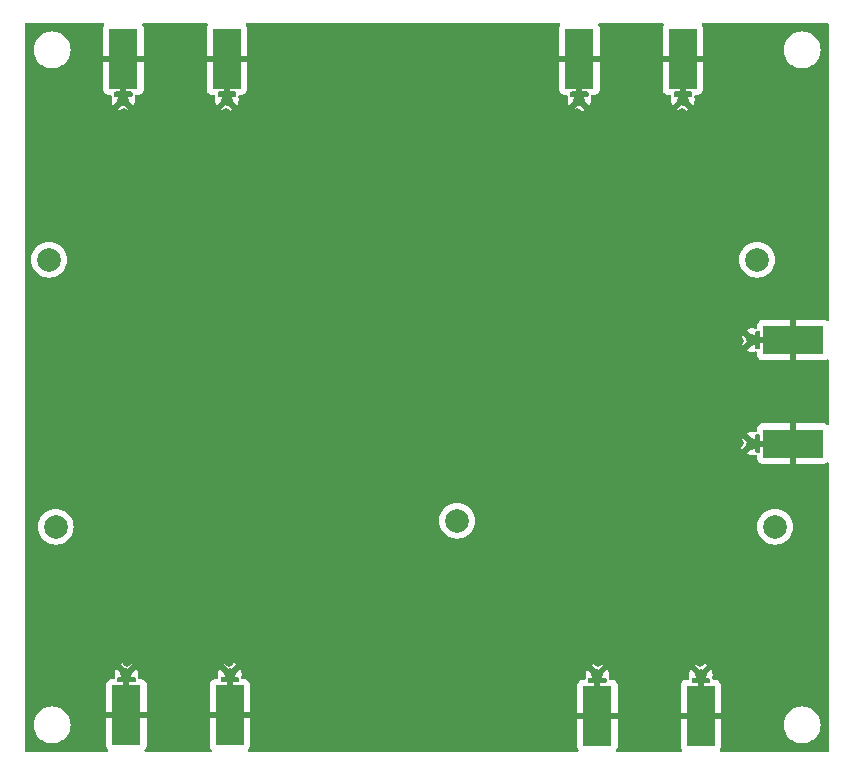
<source format=gbr>
%TF.GenerationSoftware,KiCad,Pcbnew,(5.99.0-13051-g9e760512ac)*%
%TF.CreationDate,2021-12-06T14:55:37+00:00*%
%TF.ProjectId,RF_SWITCH,52465f53-5749-4544-9348-2e6b69636164,rev?*%
%TF.SameCoordinates,Original*%
%TF.FileFunction,Copper,L2,Bot*%
%TF.FilePolarity,Positive*%
%FSLAX46Y46*%
G04 Gerber Fmt 4.6, Leading zero omitted, Abs format (unit mm)*
G04 Created by KiCad (PCBNEW (5.99.0-13051-g9e760512ac)) date 2021-12-06 14:55:37*
%MOMM*%
%LPD*%
G01*
G04 APERTURE LIST*
%TA.AperFunction,ComponentPad*%
%ADD10C,2.000000*%
%TD*%
%TA.AperFunction,SMDPad,CuDef*%
%ADD11R,0.460000X0.950000*%
%TD*%
%TA.AperFunction,ComponentPad*%
%ADD12C,0.970000*%
%TD*%
%TA.AperFunction,SMDPad,CuDef*%
%ADD13R,2.420000X5.080000*%
%TD*%
%TA.AperFunction,SMDPad,CuDef*%
%ADD14R,0.950000X0.460000*%
%TD*%
%TA.AperFunction,SMDPad,CuDef*%
%ADD15R,5.080000X2.420000*%
%TD*%
%TA.AperFunction,ViaPad*%
%ADD16C,0.800000*%
%TD*%
G04 APERTURE END LIST*
D10*
%TO.P,J1,1,Pin_1*%
%TO.N,Net-(J1-Pad1)*%
X102362000Y-98552000D03*
%TD*%
D11*
%TO.P,Cox1,2,Ext*%
%TO.N,Earth*%
X117410000Y-84530000D03*
D12*
X117410000Y-84980000D03*
D13*
X117410000Y-81540000D03*
D12*
X108650000Y-84980000D03*
D11*
X108650000Y-84530000D03*
D13*
X108650000Y-81540000D03*
%TD*%
D10*
%TO.P,J2,1,Pin_1*%
%TO.N,Net-(J2-Pad1)*%
X162306000Y-98552000D03*
%TD*%
D11*
%TO.P,Cox2,2,Ext*%
%TO.N,Earth*%
X156018000Y-84530000D03*
D12*
X156018000Y-84980000D03*
D11*
X147258000Y-84530000D03*
D12*
X147258000Y-84980000D03*
D13*
X156018000Y-81540000D03*
X147258000Y-81540000D03*
%TD*%
D10*
%TO.P,J3,1,Pin_1*%
%TO.N,Net-(J3-Pad1)*%
X163830000Y-121158000D03*
%TD*%
%TO.P,J5,1,Pin_1*%
%TO.N,Net-(J5-Pad1)*%
X136906000Y-120650000D03*
%TD*%
D12*
%TO.P,Cox5,2,Ext*%
%TO.N,Earth*%
X161908000Y-105348000D03*
D14*
X162358000Y-105348000D03*
D12*
X161908000Y-114108000D03*
D14*
X162358000Y-114108000D03*
D15*
X165348000Y-105348000D03*
X165348000Y-114108000D03*
%TD*%
D13*
%TO.P,Cox4,2,Ext*%
%TO.N,Earth*%
X117664000Y-137088000D03*
X108904000Y-137088000D03*
D12*
X108904000Y-133648000D03*
D11*
X117664000Y-134098000D03*
X108904000Y-134098000D03*
D12*
X117664000Y-133648000D03*
%TD*%
%TO.P,Cox3,2,Ext*%
%TO.N,Earth*%
X148782000Y-133714000D03*
D13*
X148782000Y-137154000D03*
D11*
X148782000Y-134164000D03*
X157542000Y-134164000D03*
D13*
X157542000Y-137154000D03*
D12*
X157542000Y-133714000D03*
%TD*%
D10*
%TO.P,J4,1,Pin_1*%
%TO.N,Net-(J4-Pad1)*%
X102936000Y-121158000D03*
%TD*%
D16*
%TO.N,Earth*%
X155956000Y-86106000D03*
X147066000Y-86106000D03*
X157480000Y-132588000D03*
X133096000Y-121412000D03*
X117348000Y-86106000D03*
X160782000Y-114046000D03*
X148844000Y-132588000D03*
X117602000Y-132588000D03*
X160782000Y-105410000D03*
X108712000Y-86106000D03*
X108966000Y-132588000D03*
%TD*%
%TA.AperFunction,Conductor*%
%TO.N,Earth*%
G36*
X107006567Y-78506002D02*
G01*
X107053060Y-78559658D01*
X107063164Y-78629932D01*
X107039272Y-78687565D01*
X106995214Y-78746352D01*
X106986676Y-78761946D01*
X106941522Y-78882394D01*
X106937895Y-78897649D01*
X106932369Y-78948514D01*
X106932000Y-78955328D01*
X106932000Y-81267885D01*
X106936475Y-81283124D01*
X106937865Y-81284329D01*
X106945548Y-81286000D01*
X110349884Y-81286000D01*
X110365123Y-81281525D01*
X110366328Y-81280135D01*
X110367999Y-81272452D01*
X110367999Y-78955331D01*
X110367629Y-78948510D01*
X110362105Y-78897648D01*
X110358479Y-78882396D01*
X110313324Y-78761946D01*
X110304786Y-78746352D01*
X110260728Y-78687565D01*
X110235880Y-78621059D01*
X110250933Y-78551676D01*
X110301107Y-78501446D01*
X110361554Y-78486000D01*
X115698446Y-78486000D01*
X115766567Y-78506002D01*
X115813060Y-78559658D01*
X115823164Y-78629932D01*
X115799272Y-78687565D01*
X115755214Y-78746352D01*
X115746676Y-78761946D01*
X115701522Y-78882394D01*
X115697895Y-78897649D01*
X115692369Y-78948514D01*
X115692000Y-78955328D01*
X115692000Y-81267885D01*
X115696475Y-81283124D01*
X115697865Y-81284329D01*
X115705548Y-81286000D01*
X119109884Y-81286000D01*
X119125123Y-81281525D01*
X119126328Y-81280135D01*
X119127999Y-81272452D01*
X119127999Y-78955331D01*
X119127629Y-78948510D01*
X119122105Y-78897648D01*
X119118479Y-78882396D01*
X119073324Y-78761946D01*
X119064786Y-78746352D01*
X119020728Y-78687565D01*
X118995880Y-78621059D01*
X119010933Y-78551676D01*
X119061107Y-78501446D01*
X119121554Y-78486000D01*
X145546446Y-78486000D01*
X145614567Y-78506002D01*
X145661060Y-78559658D01*
X145671164Y-78629932D01*
X145647272Y-78687565D01*
X145603214Y-78746352D01*
X145594676Y-78761946D01*
X145549522Y-78882394D01*
X145545895Y-78897649D01*
X145540369Y-78948514D01*
X145540000Y-78955328D01*
X145540000Y-81267885D01*
X145544475Y-81283124D01*
X145545865Y-81284329D01*
X145553548Y-81286000D01*
X148957884Y-81286000D01*
X148973123Y-81281525D01*
X148974328Y-81280135D01*
X148975999Y-81272452D01*
X148975999Y-78955331D01*
X148975629Y-78948510D01*
X148970105Y-78897648D01*
X148966479Y-78882396D01*
X148921324Y-78761946D01*
X148912786Y-78746352D01*
X148868728Y-78687565D01*
X148843880Y-78621059D01*
X148858933Y-78551676D01*
X148909107Y-78501446D01*
X148969554Y-78486000D01*
X154306446Y-78486000D01*
X154374567Y-78506002D01*
X154421060Y-78559658D01*
X154431164Y-78629932D01*
X154407272Y-78687565D01*
X154363214Y-78746352D01*
X154354676Y-78761946D01*
X154309522Y-78882394D01*
X154305895Y-78897649D01*
X154300369Y-78948514D01*
X154300000Y-78955328D01*
X154300000Y-81267885D01*
X154304475Y-81283124D01*
X154305865Y-81284329D01*
X154313548Y-81286000D01*
X157717884Y-81286000D01*
X157733123Y-81281525D01*
X157734328Y-81280135D01*
X157735999Y-81272452D01*
X157735999Y-80772000D01*
X164552681Y-80772000D01*
X164571928Y-81016557D01*
X164629195Y-81255092D01*
X164631088Y-81259663D01*
X164631089Y-81259665D01*
X164663136Y-81337033D01*
X164723073Y-81481732D01*
X164851248Y-81690896D01*
X165010567Y-81877433D01*
X165197104Y-82036752D01*
X165201327Y-82039340D01*
X165201330Y-82039342D01*
X165270515Y-82081738D01*
X165406268Y-82164927D01*
X165550967Y-82224864D01*
X165628335Y-82256911D01*
X165628337Y-82256912D01*
X165632908Y-82258805D01*
X165715563Y-82278649D01*
X165866630Y-82314917D01*
X165866636Y-82314918D01*
X165871443Y-82316072D01*
X166116000Y-82335319D01*
X166360557Y-82316072D01*
X166365364Y-82314918D01*
X166365370Y-82314917D01*
X166516437Y-82278649D01*
X166599092Y-82258805D01*
X166603663Y-82256912D01*
X166603665Y-82256911D01*
X166681033Y-82224864D01*
X166825732Y-82164927D01*
X166961485Y-82081738D01*
X167030670Y-82039342D01*
X167030673Y-82039340D01*
X167034896Y-82036752D01*
X167221433Y-81877433D01*
X167380752Y-81690896D01*
X167508927Y-81481732D01*
X167568864Y-81337033D01*
X167600911Y-81259665D01*
X167600912Y-81259663D01*
X167602805Y-81255092D01*
X167660072Y-81016557D01*
X167679319Y-80772000D01*
X167660072Y-80527443D01*
X167602805Y-80288908D01*
X167508927Y-80062268D01*
X167380752Y-79853104D01*
X167221433Y-79666567D01*
X167034896Y-79507248D01*
X167030673Y-79504660D01*
X167030670Y-79504658D01*
X166961485Y-79462262D01*
X166825732Y-79379073D01*
X166681033Y-79319136D01*
X166603665Y-79287089D01*
X166603663Y-79287088D01*
X166599092Y-79285195D01*
X166516437Y-79265351D01*
X166365370Y-79229083D01*
X166365364Y-79229082D01*
X166360557Y-79227928D01*
X166116000Y-79208681D01*
X165871443Y-79227928D01*
X165866636Y-79229082D01*
X165866630Y-79229083D01*
X165715563Y-79265351D01*
X165632908Y-79285195D01*
X165628337Y-79287088D01*
X165628335Y-79287089D01*
X165550967Y-79319136D01*
X165406268Y-79379073D01*
X165270515Y-79462262D01*
X165201330Y-79504658D01*
X165201327Y-79504660D01*
X165197104Y-79507248D01*
X165010567Y-79666567D01*
X164851248Y-79853104D01*
X164723073Y-80062268D01*
X164629195Y-80288908D01*
X164571928Y-80527443D01*
X164552681Y-80772000D01*
X157735999Y-80772000D01*
X157735999Y-78955331D01*
X157735629Y-78948510D01*
X157730105Y-78897648D01*
X157726479Y-78882396D01*
X157681324Y-78761946D01*
X157672786Y-78746352D01*
X157628728Y-78687565D01*
X157603880Y-78621059D01*
X157618933Y-78551676D01*
X157669107Y-78501446D01*
X157729554Y-78486000D01*
X168276000Y-78486000D01*
X168344121Y-78506002D01*
X168390614Y-78559658D01*
X168402000Y-78612000D01*
X168402000Y-103636446D01*
X168381998Y-103704567D01*
X168328342Y-103751060D01*
X168258068Y-103761164D01*
X168200435Y-103737272D01*
X168141648Y-103693214D01*
X168126054Y-103684676D01*
X168005606Y-103639522D01*
X167990351Y-103635895D01*
X167939486Y-103630369D01*
X167932672Y-103630000D01*
X165620115Y-103630000D01*
X165604876Y-103634475D01*
X165603671Y-103635865D01*
X165602000Y-103643548D01*
X165602000Y-107047884D01*
X165606475Y-107063123D01*
X165607865Y-107064328D01*
X165615548Y-107065999D01*
X167932669Y-107065999D01*
X167939490Y-107065629D01*
X167990352Y-107060105D01*
X168005604Y-107056479D01*
X168126054Y-107011324D01*
X168141648Y-107002786D01*
X168200435Y-106958728D01*
X168266941Y-106933880D01*
X168336324Y-106948933D01*
X168386554Y-106999107D01*
X168402000Y-107059554D01*
X168402000Y-112396446D01*
X168381998Y-112464567D01*
X168328342Y-112511060D01*
X168258068Y-112521164D01*
X168200435Y-112497272D01*
X168141648Y-112453214D01*
X168126054Y-112444676D01*
X168005606Y-112399522D01*
X167990351Y-112395895D01*
X167939486Y-112390369D01*
X167932672Y-112390000D01*
X165620115Y-112390000D01*
X165604876Y-112394475D01*
X165603671Y-112395865D01*
X165602000Y-112403548D01*
X165602000Y-115807884D01*
X165606475Y-115823123D01*
X165607865Y-115824328D01*
X165615548Y-115825999D01*
X167932669Y-115825999D01*
X167939490Y-115825629D01*
X167990352Y-115820105D01*
X168005604Y-115816479D01*
X168126054Y-115771324D01*
X168141648Y-115762786D01*
X168200435Y-115718728D01*
X168266941Y-115693880D01*
X168336324Y-115708933D01*
X168386554Y-115759107D01*
X168402000Y-115819554D01*
X168402000Y-140082000D01*
X168381998Y-140150121D01*
X168328342Y-140196614D01*
X168276000Y-140208000D01*
X159253554Y-140208000D01*
X159185433Y-140187998D01*
X159138940Y-140134342D01*
X159128836Y-140064068D01*
X159152728Y-140006435D01*
X159196786Y-139947648D01*
X159205324Y-139932054D01*
X159250478Y-139811606D01*
X159254105Y-139796351D01*
X159259631Y-139745486D01*
X159260000Y-139738672D01*
X159260000Y-137922000D01*
X164552681Y-137922000D01*
X164571928Y-138166557D01*
X164629195Y-138405092D01*
X164723073Y-138631732D01*
X164851248Y-138840896D01*
X165010567Y-139027433D01*
X165197104Y-139186752D01*
X165201327Y-139189340D01*
X165201330Y-139189342D01*
X165270515Y-139231738D01*
X165406268Y-139314927D01*
X165550967Y-139374864D01*
X165628335Y-139406911D01*
X165628337Y-139406912D01*
X165632908Y-139408805D01*
X165715563Y-139428649D01*
X165866630Y-139464917D01*
X165866636Y-139464918D01*
X165871443Y-139466072D01*
X166116000Y-139485319D01*
X166360557Y-139466072D01*
X166365364Y-139464918D01*
X166365370Y-139464917D01*
X166516437Y-139428649D01*
X166599092Y-139408805D01*
X166603663Y-139406912D01*
X166603665Y-139406911D01*
X166681033Y-139374864D01*
X166825732Y-139314927D01*
X166961485Y-139231738D01*
X167030670Y-139189342D01*
X167030673Y-139189340D01*
X167034896Y-139186752D01*
X167221433Y-139027433D01*
X167380752Y-138840896D01*
X167508927Y-138631732D01*
X167602805Y-138405092D01*
X167660072Y-138166557D01*
X167679319Y-137922000D01*
X167660072Y-137677443D01*
X167602805Y-137438908D01*
X167590003Y-137408000D01*
X167510820Y-137216839D01*
X167508927Y-137212268D01*
X167380752Y-137003104D01*
X167221433Y-136816567D01*
X167034896Y-136657248D01*
X167030673Y-136654660D01*
X167030670Y-136654658D01*
X166961485Y-136612262D01*
X166825732Y-136529073D01*
X166681033Y-136469136D01*
X166603665Y-136437089D01*
X166603663Y-136437088D01*
X166599092Y-136435195D01*
X166516437Y-136415351D01*
X166365370Y-136379083D01*
X166365364Y-136379082D01*
X166360557Y-136377928D01*
X166116000Y-136358681D01*
X165871443Y-136377928D01*
X165866636Y-136379082D01*
X165866630Y-136379083D01*
X165715563Y-136415351D01*
X165632908Y-136435195D01*
X165628337Y-136437088D01*
X165628335Y-136437089D01*
X165550967Y-136469136D01*
X165406268Y-136529073D01*
X165270515Y-136612262D01*
X165201330Y-136654658D01*
X165201327Y-136654660D01*
X165197104Y-136657248D01*
X165010567Y-136816567D01*
X164851248Y-137003104D01*
X164723073Y-137212268D01*
X164721180Y-137216839D01*
X164641998Y-137408000D01*
X164629195Y-137438908D01*
X164571928Y-137677443D01*
X164552681Y-137922000D01*
X159260000Y-137922000D01*
X159260000Y-137426115D01*
X159255525Y-137410876D01*
X159254135Y-137409671D01*
X159246452Y-137408000D01*
X155842116Y-137408000D01*
X155826877Y-137412475D01*
X155825672Y-137413865D01*
X155824001Y-137421548D01*
X155824001Y-139738669D01*
X155824371Y-139745490D01*
X155829895Y-139796352D01*
X155833521Y-139811604D01*
X155878676Y-139932054D01*
X155887214Y-139947648D01*
X155931272Y-140006435D01*
X155956120Y-140072941D01*
X155941067Y-140142324D01*
X155890893Y-140192554D01*
X155830446Y-140208000D01*
X150493554Y-140208000D01*
X150425433Y-140187998D01*
X150378940Y-140134342D01*
X150368836Y-140064068D01*
X150392728Y-140006435D01*
X150436786Y-139947648D01*
X150445324Y-139932054D01*
X150490478Y-139811606D01*
X150494105Y-139796351D01*
X150499631Y-139745486D01*
X150500000Y-139738672D01*
X150500000Y-137426115D01*
X150495525Y-137410876D01*
X150494135Y-137409671D01*
X150486452Y-137408000D01*
X147082116Y-137408000D01*
X147066877Y-137412475D01*
X147065672Y-137413865D01*
X147064001Y-137421548D01*
X147064001Y-139738669D01*
X147064371Y-139745490D01*
X147069895Y-139796352D01*
X147073521Y-139811604D01*
X147118676Y-139932054D01*
X147127214Y-139947648D01*
X147171272Y-140006435D01*
X147196120Y-140072941D01*
X147181067Y-140142324D01*
X147130893Y-140192554D01*
X147070446Y-140208000D01*
X119322199Y-140208000D01*
X119254078Y-140187998D01*
X119207585Y-140134342D01*
X119197481Y-140064068D01*
X119226975Y-139999488D01*
X119233104Y-139992905D01*
X119242285Y-139983724D01*
X119318786Y-139881649D01*
X119327324Y-139866054D01*
X119372478Y-139745606D01*
X119376105Y-139730351D01*
X119381631Y-139679486D01*
X119382000Y-139672672D01*
X119382000Y-137360115D01*
X119377525Y-137344876D01*
X119376135Y-137343671D01*
X119368452Y-137342000D01*
X115964116Y-137342000D01*
X115948877Y-137346475D01*
X115947672Y-137347865D01*
X115946001Y-137355548D01*
X115946001Y-139672669D01*
X115946371Y-139679490D01*
X115951895Y-139730352D01*
X115955521Y-139745604D01*
X116000676Y-139866054D01*
X116009214Y-139881649D01*
X116085715Y-139983724D01*
X116094896Y-139992905D01*
X116128922Y-140055217D01*
X116123857Y-140126032D01*
X116081310Y-140182868D01*
X116014790Y-140207679D01*
X116005801Y-140208000D01*
X110562199Y-140208000D01*
X110494078Y-140187998D01*
X110447585Y-140134342D01*
X110437481Y-140064068D01*
X110466975Y-139999488D01*
X110473104Y-139992905D01*
X110482285Y-139983724D01*
X110558786Y-139881649D01*
X110567324Y-139866054D01*
X110612478Y-139745606D01*
X110616105Y-139730351D01*
X110621631Y-139679486D01*
X110622000Y-139672672D01*
X110622000Y-137360115D01*
X110617525Y-137344876D01*
X110616135Y-137343671D01*
X110608452Y-137342000D01*
X107204116Y-137342000D01*
X107188877Y-137346475D01*
X107187672Y-137347865D01*
X107186001Y-137355548D01*
X107186001Y-139672669D01*
X107186371Y-139679490D01*
X107191895Y-139730352D01*
X107195521Y-139745604D01*
X107240676Y-139866054D01*
X107249214Y-139881649D01*
X107325715Y-139983724D01*
X107334896Y-139992905D01*
X107368922Y-140055217D01*
X107363857Y-140126032D01*
X107321310Y-140182868D01*
X107254790Y-140207679D01*
X107245801Y-140208000D01*
X100456000Y-140208000D01*
X100387879Y-140187998D01*
X100341386Y-140134342D01*
X100330000Y-140082000D01*
X100330000Y-137922000D01*
X101052681Y-137922000D01*
X101071928Y-138166557D01*
X101129195Y-138405092D01*
X101223073Y-138631732D01*
X101351248Y-138840896D01*
X101510567Y-139027433D01*
X101697104Y-139186752D01*
X101701327Y-139189340D01*
X101701330Y-139189342D01*
X101770515Y-139231738D01*
X101906268Y-139314927D01*
X102050967Y-139374864D01*
X102128335Y-139406911D01*
X102128337Y-139406912D01*
X102132908Y-139408805D01*
X102215563Y-139428649D01*
X102366630Y-139464917D01*
X102366636Y-139464918D01*
X102371443Y-139466072D01*
X102616000Y-139485319D01*
X102860557Y-139466072D01*
X102865364Y-139464918D01*
X102865370Y-139464917D01*
X103016437Y-139428649D01*
X103099092Y-139408805D01*
X103103663Y-139406912D01*
X103103665Y-139406911D01*
X103181033Y-139374864D01*
X103325732Y-139314927D01*
X103461485Y-139231738D01*
X103530670Y-139189342D01*
X103530673Y-139189340D01*
X103534896Y-139186752D01*
X103721433Y-139027433D01*
X103880752Y-138840896D01*
X104008927Y-138631732D01*
X104102805Y-138405092D01*
X104160072Y-138166557D01*
X104179319Y-137922000D01*
X104160072Y-137677443D01*
X104102805Y-137438908D01*
X104090003Y-137408000D01*
X104010820Y-137216839D01*
X104008927Y-137212268D01*
X103880752Y-137003104D01*
X103777220Y-136881885D01*
X147064000Y-136881885D01*
X147068475Y-136897124D01*
X147069865Y-136898329D01*
X147077548Y-136900000D01*
X148509885Y-136900000D01*
X148525124Y-136895525D01*
X148526329Y-136894135D01*
X148528000Y-136886452D01*
X148528000Y-134412115D01*
X148523525Y-134396876D01*
X148522135Y-134395671D01*
X148514452Y-134394000D01*
X148130000Y-134394000D01*
X148061879Y-134373998D01*
X148015386Y-134320342D01*
X148004000Y-134268000D01*
X148004000Y-134060000D01*
X148024002Y-133991879D01*
X148077658Y-133945386D01*
X148130000Y-133934000D01*
X148624675Y-133934000D01*
X148633949Y-133931277D01*
X148928513Y-133931277D01*
X148935814Y-133934000D01*
X149434000Y-133934000D01*
X149502121Y-133954002D01*
X149548614Y-134007658D01*
X149560000Y-134060000D01*
X149560000Y-134268000D01*
X149539998Y-134336121D01*
X149486342Y-134382614D01*
X149434000Y-134394000D01*
X149054115Y-134394000D01*
X149038876Y-134398475D01*
X149037671Y-134399865D01*
X149036000Y-134407548D01*
X149036000Y-136881885D01*
X149040475Y-136897124D01*
X149041865Y-136898329D01*
X149049548Y-136900000D01*
X150481884Y-136900000D01*
X150497123Y-136895525D01*
X150498328Y-136894135D01*
X150499999Y-136886452D01*
X150499999Y-136881885D01*
X155824000Y-136881885D01*
X155828475Y-136897124D01*
X155829865Y-136898329D01*
X155837548Y-136900000D01*
X157269885Y-136900000D01*
X157285124Y-136895525D01*
X157286329Y-136894135D01*
X157288000Y-136886452D01*
X157288000Y-134412115D01*
X157283525Y-134396876D01*
X157282135Y-134395671D01*
X157274452Y-134394000D01*
X156890000Y-134394000D01*
X156821879Y-134373998D01*
X156775386Y-134320342D01*
X156764000Y-134268000D01*
X156764000Y-134060000D01*
X156784002Y-133991879D01*
X156837658Y-133945386D01*
X156890000Y-133934000D01*
X157384675Y-133934000D01*
X157393949Y-133931277D01*
X157688513Y-133931277D01*
X157695814Y-133934000D01*
X158194000Y-133934000D01*
X158262121Y-133954002D01*
X158308614Y-134007658D01*
X158320000Y-134060000D01*
X158320000Y-134268000D01*
X158299998Y-134336121D01*
X158246342Y-134382614D01*
X158194000Y-134394000D01*
X157814115Y-134394000D01*
X157798876Y-134398475D01*
X157797671Y-134399865D01*
X157796000Y-134407548D01*
X157796000Y-136881885D01*
X157800475Y-136897124D01*
X157801865Y-136898329D01*
X157809548Y-136900000D01*
X159241884Y-136900000D01*
X159257123Y-136895525D01*
X159258328Y-136894135D01*
X159259999Y-136886452D01*
X159259999Y-134569331D01*
X159259629Y-134562510D01*
X159254105Y-134511648D01*
X159250479Y-134496396D01*
X159205324Y-134375946D01*
X159196786Y-134360351D01*
X159120285Y-134258276D01*
X159107724Y-134245715D01*
X159005649Y-134169214D01*
X158990054Y-134160676D01*
X158869606Y-134115522D01*
X158854351Y-134111895D01*
X158803486Y-134106369D01*
X158796672Y-134106000D01*
X158632848Y-134106000D01*
X158564727Y-134085998D01*
X158518234Y-134032342D01*
X158508130Y-133962068D01*
X158511709Y-133946922D01*
X158511698Y-133946919D01*
X158515782Y-133928942D01*
X158538973Y-133745364D01*
X158539465Y-133738335D01*
X158539756Y-133717505D01*
X158539463Y-133710512D01*
X158521403Y-133526325D01*
X158519020Y-133514290D01*
X158466298Y-133339665D01*
X158461623Y-133328324D01*
X158409472Y-133230241D01*
X158399610Y-133220158D01*
X158392484Y-133222726D01*
X157694022Y-133921188D01*
X157688513Y-133931277D01*
X157393949Y-133931277D01*
X157395700Y-133930763D01*
X157392462Y-133923672D01*
X156696166Y-133227376D01*
X156683786Y-133220616D01*
X156677398Y-133225398D01*
X156627854Y-133315516D01*
X156623017Y-133326801D01*
X156567861Y-133500675D01*
X156565313Y-133512664D01*
X156544979Y-133693943D01*
X156544808Y-133706212D01*
X156560071Y-133887982D01*
X156562286Y-133900050D01*
X156575253Y-133945272D01*
X156574802Y-134016267D01*
X156536040Y-134075748D01*
X156471273Y-134104830D01*
X156454134Y-134106001D01*
X156287331Y-134106001D01*
X156280510Y-134106371D01*
X156229648Y-134111895D01*
X156214396Y-134115521D01*
X156093946Y-134160676D01*
X156078351Y-134169214D01*
X155976276Y-134245715D01*
X155963715Y-134258276D01*
X155887214Y-134360351D01*
X155878676Y-134375946D01*
X155833522Y-134496394D01*
X155829895Y-134511649D01*
X155824369Y-134562514D01*
X155824000Y-134569328D01*
X155824000Y-136881885D01*
X150499999Y-136881885D01*
X150499999Y-134569331D01*
X150499629Y-134562510D01*
X150494105Y-134511648D01*
X150490479Y-134496396D01*
X150445324Y-134375946D01*
X150436786Y-134360351D01*
X150360285Y-134258276D01*
X150347724Y-134245715D01*
X150245649Y-134169214D01*
X150230054Y-134160676D01*
X150109606Y-134115522D01*
X150094351Y-134111895D01*
X150043486Y-134106369D01*
X150036672Y-134106000D01*
X149872848Y-134106000D01*
X149804727Y-134085998D01*
X149758234Y-134032342D01*
X149748130Y-133962068D01*
X149751709Y-133946922D01*
X149751698Y-133946919D01*
X149755782Y-133928942D01*
X149778973Y-133745364D01*
X149779465Y-133738335D01*
X149779756Y-133717505D01*
X149779463Y-133710512D01*
X149761403Y-133526325D01*
X149759020Y-133514290D01*
X149706298Y-133339665D01*
X149701623Y-133328324D01*
X149649472Y-133230241D01*
X149639610Y-133220158D01*
X149632484Y-133222726D01*
X148934022Y-133921188D01*
X148928513Y-133931277D01*
X148633949Y-133931277D01*
X148635700Y-133930763D01*
X148632462Y-133923672D01*
X147936166Y-133227376D01*
X147923786Y-133220616D01*
X147917398Y-133225398D01*
X147867854Y-133315516D01*
X147863017Y-133326801D01*
X147807861Y-133500675D01*
X147805313Y-133512664D01*
X147784979Y-133693943D01*
X147784808Y-133706212D01*
X147800071Y-133887982D01*
X147802286Y-133900050D01*
X147815253Y-133945272D01*
X147814802Y-134016267D01*
X147776040Y-134075748D01*
X147711273Y-134104830D01*
X147694134Y-134106001D01*
X147527331Y-134106001D01*
X147520510Y-134106371D01*
X147469648Y-134111895D01*
X147454396Y-134115521D01*
X147333946Y-134160676D01*
X147318351Y-134169214D01*
X147216276Y-134245715D01*
X147203715Y-134258276D01*
X147127214Y-134360351D01*
X147118676Y-134375946D01*
X147073522Y-134496394D01*
X147069895Y-134511649D01*
X147064369Y-134562514D01*
X147064000Y-134569328D01*
X147064000Y-136881885D01*
X103777220Y-136881885D01*
X103721433Y-136816567D01*
X103720634Y-136815885D01*
X107186000Y-136815885D01*
X107190475Y-136831124D01*
X107191865Y-136832329D01*
X107199548Y-136834000D01*
X108631885Y-136834000D01*
X108647124Y-136829525D01*
X108648329Y-136828135D01*
X108650000Y-136820452D01*
X108650000Y-134346115D01*
X108645525Y-134330876D01*
X108644135Y-134329671D01*
X108636452Y-134328000D01*
X108252000Y-134328000D01*
X108183879Y-134307998D01*
X108137386Y-134254342D01*
X108126000Y-134202000D01*
X108126000Y-133994000D01*
X108146002Y-133925879D01*
X108199658Y-133879386D01*
X108252000Y-133868000D01*
X108746675Y-133868000D01*
X108755949Y-133865277D01*
X109050513Y-133865277D01*
X109057814Y-133868000D01*
X109556000Y-133868000D01*
X109624121Y-133888002D01*
X109670614Y-133941658D01*
X109682000Y-133994000D01*
X109682000Y-134202000D01*
X109661998Y-134270121D01*
X109608342Y-134316614D01*
X109556000Y-134328000D01*
X109176115Y-134328000D01*
X109160876Y-134332475D01*
X109159671Y-134333865D01*
X109158000Y-134341548D01*
X109158000Y-136815885D01*
X109162475Y-136831124D01*
X109163865Y-136832329D01*
X109171548Y-136834000D01*
X110603884Y-136834000D01*
X110619123Y-136829525D01*
X110620328Y-136828135D01*
X110621999Y-136820452D01*
X110621999Y-136815885D01*
X115946000Y-136815885D01*
X115950475Y-136831124D01*
X115951865Y-136832329D01*
X115959548Y-136834000D01*
X117391885Y-136834000D01*
X117407124Y-136829525D01*
X117408329Y-136828135D01*
X117410000Y-136820452D01*
X117410000Y-134346115D01*
X117405525Y-134330876D01*
X117404135Y-134329671D01*
X117396452Y-134328000D01*
X117012000Y-134328000D01*
X116943879Y-134307998D01*
X116897386Y-134254342D01*
X116886000Y-134202000D01*
X116886000Y-133994000D01*
X116906002Y-133925879D01*
X116959658Y-133879386D01*
X117012000Y-133868000D01*
X117506675Y-133868000D01*
X117515949Y-133865277D01*
X117810513Y-133865277D01*
X117817814Y-133868000D01*
X118316000Y-133868000D01*
X118384121Y-133888002D01*
X118430614Y-133941658D01*
X118442000Y-133994000D01*
X118442000Y-134202000D01*
X118421998Y-134270121D01*
X118368342Y-134316614D01*
X118316000Y-134328000D01*
X117936115Y-134328000D01*
X117920876Y-134332475D01*
X117919671Y-134333865D01*
X117918000Y-134341548D01*
X117918000Y-136815885D01*
X117922475Y-136831124D01*
X117923865Y-136832329D01*
X117931548Y-136834000D01*
X119363884Y-136834000D01*
X119379123Y-136829525D01*
X119380328Y-136828135D01*
X119381999Y-136820452D01*
X119381999Y-134503331D01*
X119381629Y-134496510D01*
X119376105Y-134445648D01*
X119372479Y-134430396D01*
X119327324Y-134309946D01*
X119318786Y-134294351D01*
X119242285Y-134192276D01*
X119229724Y-134179715D01*
X119127649Y-134103214D01*
X119112054Y-134094676D01*
X118991606Y-134049522D01*
X118976351Y-134045895D01*
X118925486Y-134040369D01*
X118918672Y-134040000D01*
X118754848Y-134040000D01*
X118686727Y-134019998D01*
X118640234Y-133966342D01*
X118630130Y-133896068D01*
X118633709Y-133880922D01*
X118633698Y-133880919D01*
X118637782Y-133862942D01*
X118660973Y-133679364D01*
X118661465Y-133672335D01*
X118661756Y-133651505D01*
X118661463Y-133644512D01*
X118643403Y-133460325D01*
X118641020Y-133448290D01*
X118588298Y-133273665D01*
X118583623Y-133262324D01*
X118531472Y-133164241D01*
X118521610Y-133154158D01*
X118514484Y-133156726D01*
X117816022Y-133855188D01*
X117810513Y-133865277D01*
X117515949Y-133865277D01*
X117517700Y-133864763D01*
X117514462Y-133857672D01*
X116818166Y-133161376D01*
X116805786Y-133154616D01*
X116799398Y-133159398D01*
X116749854Y-133249516D01*
X116745017Y-133260801D01*
X116689861Y-133434675D01*
X116687313Y-133446664D01*
X116666979Y-133627943D01*
X116666808Y-133640212D01*
X116682071Y-133821982D01*
X116684286Y-133834050D01*
X116697253Y-133879272D01*
X116696802Y-133950267D01*
X116658040Y-134009748D01*
X116593273Y-134038830D01*
X116576134Y-134040001D01*
X116409331Y-134040001D01*
X116402510Y-134040371D01*
X116351648Y-134045895D01*
X116336396Y-134049521D01*
X116215946Y-134094676D01*
X116200351Y-134103214D01*
X116098276Y-134179715D01*
X116085715Y-134192276D01*
X116009214Y-134294351D01*
X116000676Y-134309946D01*
X115955522Y-134430394D01*
X115951895Y-134445649D01*
X115946369Y-134496514D01*
X115946000Y-134503328D01*
X115946000Y-136815885D01*
X110621999Y-136815885D01*
X110621999Y-134503331D01*
X110621629Y-134496510D01*
X110616105Y-134445648D01*
X110612479Y-134430396D01*
X110567324Y-134309946D01*
X110558786Y-134294351D01*
X110482285Y-134192276D01*
X110469724Y-134179715D01*
X110367649Y-134103214D01*
X110352054Y-134094676D01*
X110231606Y-134049522D01*
X110216351Y-134045895D01*
X110165486Y-134040369D01*
X110158672Y-134040000D01*
X109994848Y-134040000D01*
X109926727Y-134019998D01*
X109880234Y-133966342D01*
X109870130Y-133896068D01*
X109873709Y-133880922D01*
X109873698Y-133880919D01*
X109877782Y-133862942D01*
X109900973Y-133679364D01*
X109901465Y-133672335D01*
X109901756Y-133651505D01*
X109901463Y-133644512D01*
X109883403Y-133460325D01*
X109881020Y-133448290D01*
X109828298Y-133273665D01*
X109823623Y-133262324D01*
X109771472Y-133164241D01*
X109761610Y-133154158D01*
X109754484Y-133156726D01*
X109056022Y-133855188D01*
X109050513Y-133865277D01*
X108755949Y-133865277D01*
X108757700Y-133864763D01*
X108754462Y-133857672D01*
X108058166Y-133161376D01*
X108045786Y-133154616D01*
X108039398Y-133159398D01*
X107989854Y-133249516D01*
X107985017Y-133260801D01*
X107929861Y-133434675D01*
X107927313Y-133446664D01*
X107906979Y-133627943D01*
X107906808Y-133640212D01*
X107922071Y-133821982D01*
X107924286Y-133834050D01*
X107937253Y-133879272D01*
X107936802Y-133950267D01*
X107898040Y-134009748D01*
X107833273Y-134038830D01*
X107816134Y-134040001D01*
X107649331Y-134040001D01*
X107642510Y-134040371D01*
X107591648Y-134045895D01*
X107576396Y-134049521D01*
X107455946Y-134094676D01*
X107440351Y-134103214D01*
X107338276Y-134179715D01*
X107325715Y-134192276D01*
X107249214Y-134294351D01*
X107240676Y-134309946D01*
X107195522Y-134430394D01*
X107191895Y-134445649D01*
X107186369Y-134496514D01*
X107186000Y-134503328D01*
X107186000Y-136815885D01*
X103720634Y-136815885D01*
X103534896Y-136657248D01*
X103530673Y-136654660D01*
X103530670Y-136654658D01*
X103461485Y-136612262D01*
X103325732Y-136529073D01*
X103181033Y-136469136D01*
X103103665Y-136437089D01*
X103103663Y-136437088D01*
X103099092Y-136435195D01*
X103016437Y-136415351D01*
X102865370Y-136379083D01*
X102865364Y-136379082D01*
X102860557Y-136377928D01*
X102616000Y-136358681D01*
X102371443Y-136377928D01*
X102366636Y-136379082D01*
X102366630Y-136379083D01*
X102215563Y-136415351D01*
X102132908Y-136435195D01*
X102128337Y-136437088D01*
X102128335Y-136437089D01*
X102050967Y-136469136D01*
X101906268Y-136529073D01*
X101770515Y-136612262D01*
X101701330Y-136654658D01*
X101701327Y-136654660D01*
X101697104Y-136657248D01*
X101510567Y-136816567D01*
X101351248Y-137003104D01*
X101223073Y-137212268D01*
X101221180Y-137216839D01*
X101141998Y-137408000D01*
X101129195Y-137438908D01*
X101071928Y-137677443D01*
X101052681Y-137922000D01*
X100330000Y-137922000D01*
X100330000Y-132790216D01*
X108409934Y-132790216D01*
X108412389Y-132797179D01*
X108891188Y-133275978D01*
X108905132Y-133283592D01*
X108906965Y-133283461D01*
X108913580Y-133279210D01*
X109390766Y-132802024D01*
X109397214Y-132790216D01*
X117169934Y-132790216D01*
X117172389Y-132797179D01*
X117651188Y-133275978D01*
X117665132Y-133283592D01*
X117666965Y-133283461D01*
X117673580Y-133279210D01*
X118096574Y-132856216D01*
X148287934Y-132856216D01*
X148290389Y-132863179D01*
X148769188Y-133341978D01*
X148783132Y-133349592D01*
X148784965Y-133349461D01*
X148791580Y-133345210D01*
X149268766Y-132868024D01*
X149275214Y-132856216D01*
X157047934Y-132856216D01*
X157050389Y-132863179D01*
X157529188Y-133341978D01*
X157543132Y-133349592D01*
X157544965Y-133349461D01*
X157551580Y-133345210D01*
X158028766Y-132868024D01*
X158035526Y-132855644D01*
X158030867Y-132849421D01*
X157934083Y-132797090D01*
X157922778Y-132792338D01*
X157748524Y-132738397D01*
X157736511Y-132735931D01*
X157555094Y-132716863D01*
X157542826Y-132716778D01*
X157361169Y-132733310D01*
X157349120Y-132735608D01*
X157174128Y-132787111D01*
X157162751Y-132791708D01*
X157058083Y-132846427D01*
X157047934Y-132856216D01*
X149275214Y-132856216D01*
X149275526Y-132855644D01*
X149270867Y-132849421D01*
X149174083Y-132797090D01*
X149162778Y-132792338D01*
X148988524Y-132738397D01*
X148976511Y-132735931D01*
X148795094Y-132716863D01*
X148782826Y-132716778D01*
X148601169Y-132733310D01*
X148589120Y-132735608D01*
X148414128Y-132787111D01*
X148402751Y-132791708D01*
X148298083Y-132846427D01*
X148287934Y-132856216D01*
X118096574Y-132856216D01*
X118150766Y-132802024D01*
X118157526Y-132789644D01*
X118152867Y-132783421D01*
X118056083Y-132731090D01*
X118044778Y-132726338D01*
X117870524Y-132672397D01*
X117858511Y-132669931D01*
X117677094Y-132650863D01*
X117664826Y-132650778D01*
X117483169Y-132667310D01*
X117471120Y-132669608D01*
X117296128Y-132721111D01*
X117284751Y-132725708D01*
X117180083Y-132780427D01*
X117169934Y-132790216D01*
X109397214Y-132790216D01*
X109397526Y-132789644D01*
X109392867Y-132783421D01*
X109296083Y-132731090D01*
X109284778Y-132726338D01*
X109110524Y-132672397D01*
X109098511Y-132669931D01*
X108917094Y-132650863D01*
X108904826Y-132650778D01*
X108723169Y-132667310D01*
X108711120Y-132669608D01*
X108536128Y-132721111D01*
X108524751Y-132725708D01*
X108420083Y-132780427D01*
X108409934Y-132790216D01*
X100330000Y-132790216D01*
X100330000Y-121158000D01*
X101422835Y-121158000D01*
X101441465Y-121394711D01*
X101496895Y-121625594D01*
X101587760Y-121844963D01*
X101590346Y-121849183D01*
X101709241Y-122043202D01*
X101709245Y-122043208D01*
X101711824Y-122047416D01*
X101866031Y-122227969D01*
X102046584Y-122382176D01*
X102050792Y-122384755D01*
X102050798Y-122384759D01*
X102244817Y-122503654D01*
X102249037Y-122506240D01*
X102253607Y-122508133D01*
X102253611Y-122508135D01*
X102463833Y-122595211D01*
X102468406Y-122597105D01*
X102548609Y-122616360D01*
X102694476Y-122651380D01*
X102694482Y-122651381D01*
X102699289Y-122652535D01*
X102936000Y-122671165D01*
X103172711Y-122652535D01*
X103177518Y-122651381D01*
X103177524Y-122651380D01*
X103323391Y-122616360D01*
X103403594Y-122597105D01*
X103408167Y-122595211D01*
X103618389Y-122508135D01*
X103618393Y-122508133D01*
X103622963Y-122506240D01*
X103627183Y-122503654D01*
X103821202Y-122384759D01*
X103821208Y-122384755D01*
X103825416Y-122382176D01*
X104005969Y-122227969D01*
X104160176Y-122047416D01*
X104162755Y-122043208D01*
X104162759Y-122043202D01*
X104281654Y-121849183D01*
X104284240Y-121844963D01*
X104375105Y-121625594D01*
X104430535Y-121394711D01*
X104449165Y-121158000D01*
X104430535Y-120921289D01*
X104375105Y-120690406D01*
X104373211Y-120685833D01*
X104358369Y-120650000D01*
X135392835Y-120650000D01*
X135411465Y-120886711D01*
X135466895Y-121117594D01*
X135468788Y-121122165D01*
X135468789Y-121122167D01*
X135485674Y-121162930D01*
X135557760Y-121336963D01*
X135560346Y-121341183D01*
X135679241Y-121535202D01*
X135679245Y-121535208D01*
X135681824Y-121539416D01*
X135836031Y-121719969D01*
X136016584Y-121874176D01*
X136020792Y-121876755D01*
X136020798Y-121876759D01*
X136214817Y-121995654D01*
X136219037Y-121998240D01*
X136223607Y-122000133D01*
X136223611Y-122000135D01*
X136346834Y-122051175D01*
X136438406Y-122089105D01*
X136518609Y-122108360D01*
X136664476Y-122143380D01*
X136664482Y-122143381D01*
X136669289Y-122144535D01*
X136906000Y-122163165D01*
X137142711Y-122144535D01*
X137147518Y-122143381D01*
X137147524Y-122143380D01*
X137293391Y-122108360D01*
X137373594Y-122089105D01*
X137465166Y-122051175D01*
X137588389Y-122000135D01*
X137588393Y-122000133D01*
X137592963Y-121998240D01*
X137597183Y-121995654D01*
X137791202Y-121876759D01*
X137791208Y-121876755D01*
X137795416Y-121874176D01*
X137975969Y-121719969D01*
X138130176Y-121539416D01*
X138132755Y-121535208D01*
X138132759Y-121535202D01*
X138251654Y-121341183D01*
X138254240Y-121336963D01*
X138326327Y-121162930D01*
X138328369Y-121158000D01*
X162316835Y-121158000D01*
X162335465Y-121394711D01*
X162390895Y-121625594D01*
X162481760Y-121844963D01*
X162484346Y-121849183D01*
X162603241Y-122043202D01*
X162603245Y-122043208D01*
X162605824Y-122047416D01*
X162760031Y-122227969D01*
X162940584Y-122382176D01*
X162944792Y-122384755D01*
X162944798Y-122384759D01*
X163138817Y-122503654D01*
X163143037Y-122506240D01*
X163147607Y-122508133D01*
X163147611Y-122508135D01*
X163357833Y-122595211D01*
X163362406Y-122597105D01*
X163442609Y-122616360D01*
X163588476Y-122651380D01*
X163588482Y-122651381D01*
X163593289Y-122652535D01*
X163830000Y-122671165D01*
X164066711Y-122652535D01*
X164071518Y-122651381D01*
X164071524Y-122651380D01*
X164217391Y-122616360D01*
X164297594Y-122597105D01*
X164302167Y-122595211D01*
X164512389Y-122508135D01*
X164512393Y-122508133D01*
X164516963Y-122506240D01*
X164521183Y-122503654D01*
X164715202Y-122384759D01*
X164715208Y-122384755D01*
X164719416Y-122382176D01*
X164899969Y-122227969D01*
X165054176Y-122047416D01*
X165056755Y-122043208D01*
X165056759Y-122043202D01*
X165175654Y-121849183D01*
X165178240Y-121844963D01*
X165269105Y-121625594D01*
X165324535Y-121394711D01*
X165343165Y-121158000D01*
X165324535Y-120921289D01*
X165269105Y-120690406D01*
X165267211Y-120685833D01*
X165180135Y-120475611D01*
X165180133Y-120475607D01*
X165178240Y-120471037D01*
X165175654Y-120466817D01*
X165056759Y-120272798D01*
X165056755Y-120272792D01*
X165054176Y-120268584D01*
X164899969Y-120088031D01*
X164719416Y-119933824D01*
X164715208Y-119931245D01*
X164715202Y-119931241D01*
X164521183Y-119812346D01*
X164516963Y-119809760D01*
X164512393Y-119807867D01*
X164512389Y-119807865D01*
X164302167Y-119720789D01*
X164302165Y-119720788D01*
X164297594Y-119718895D01*
X164217391Y-119699640D01*
X164071524Y-119664620D01*
X164071518Y-119664619D01*
X164066711Y-119663465D01*
X163830000Y-119644835D01*
X163593289Y-119663465D01*
X163588482Y-119664619D01*
X163588476Y-119664620D01*
X163442609Y-119699640D01*
X163362406Y-119718895D01*
X163357835Y-119720788D01*
X163357833Y-119720789D01*
X163147611Y-119807865D01*
X163147607Y-119807867D01*
X163143037Y-119809760D01*
X163138817Y-119812346D01*
X162944798Y-119931241D01*
X162944792Y-119931245D01*
X162940584Y-119933824D01*
X162760031Y-120088031D01*
X162605824Y-120268584D01*
X162603245Y-120272792D01*
X162603241Y-120272798D01*
X162484346Y-120466817D01*
X162481760Y-120471037D01*
X162479867Y-120475607D01*
X162479865Y-120475611D01*
X162392789Y-120685833D01*
X162390895Y-120690406D01*
X162335465Y-120921289D01*
X162316835Y-121158000D01*
X138328369Y-121158000D01*
X138343211Y-121122167D01*
X138343212Y-121122165D01*
X138345105Y-121117594D01*
X138400535Y-120886711D01*
X138419165Y-120650000D01*
X138400535Y-120413289D01*
X138345105Y-120182406D01*
X138254240Y-119963037D01*
X138161896Y-119812346D01*
X138132759Y-119764798D01*
X138132755Y-119764792D01*
X138130176Y-119760584D01*
X137975969Y-119580031D01*
X137795416Y-119425824D01*
X137791208Y-119423245D01*
X137791202Y-119423241D01*
X137597183Y-119304346D01*
X137592963Y-119301760D01*
X137588393Y-119299867D01*
X137588389Y-119299865D01*
X137378167Y-119212789D01*
X137378165Y-119212788D01*
X137373594Y-119210895D01*
X137293391Y-119191640D01*
X137147524Y-119156620D01*
X137147518Y-119156619D01*
X137142711Y-119155465D01*
X136906000Y-119136835D01*
X136669289Y-119155465D01*
X136664482Y-119156619D01*
X136664476Y-119156620D01*
X136518609Y-119191640D01*
X136438406Y-119210895D01*
X136433835Y-119212788D01*
X136433833Y-119212789D01*
X136223611Y-119299865D01*
X136223607Y-119299867D01*
X136219037Y-119301760D01*
X136214817Y-119304346D01*
X136020798Y-119423241D01*
X136020792Y-119423245D01*
X136016584Y-119425824D01*
X135836031Y-119580031D01*
X135681824Y-119760584D01*
X135679245Y-119764792D01*
X135679241Y-119764798D01*
X135650104Y-119812346D01*
X135557760Y-119963037D01*
X135466895Y-120182406D01*
X135411465Y-120413289D01*
X135392835Y-120650000D01*
X104358369Y-120650000D01*
X104286135Y-120475611D01*
X104286133Y-120475607D01*
X104284240Y-120471037D01*
X104281654Y-120466817D01*
X104162759Y-120272798D01*
X104162755Y-120272792D01*
X104160176Y-120268584D01*
X104005969Y-120088031D01*
X103825416Y-119933824D01*
X103821208Y-119931245D01*
X103821202Y-119931241D01*
X103627183Y-119812346D01*
X103622963Y-119809760D01*
X103618393Y-119807867D01*
X103618389Y-119807865D01*
X103408167Y-119720789D01*
X103408165Y-119720788D01*
X103403594Y-119718895D01*
X103323391Y-119699640D01*
X103177524Y-119664620D01*
X103177518Y-119664619D01*
X103172711Y-119663465D01*
X102936000Y-119644835D01*
X102699289Y-119663465D01*
X102694482Y-119664619D01*
X102694476Y-119664620D01*
X102548609Y-119699640D01*
X102468406Y-119718895D01*
X102463835Y-119720788D01*
X102463833Y-119720789D01*
X102253611Y-119807865D01*
X102253607Y-119807867D01*
X102249037Y-119809760D01*
X102244817Y-119812346D01*
X102050798Y-119931241D01*
X102050792Y-119931245D01*
X102046584Y-119933824D01*
X101866031Y-120088031D01*
X101711824Y-120268584D01*
X101709245Y-120272792D01*
X101709241Y-120272798D01*
X101590346Y-120466817D01*
X101587760Y-120471037D01*
X101585867Y-120475607D01*
X101585865Y-120475611D01*
X101498789Y-120685833D01*
X101496895Y-120690406D01*
X101441465Y-120921289D01*
X101422835Y-121158000D01*
X100330000Y-121158000D01*
X100330000Y-114966109D01*
X161414721Y-114966109D01*
X161419630Y-114972667D01*
X161503150Y-115019344D01*
X161514390Y-115024255D01*
X161687877Y-115080624D01*
X161699851Y-115083257D01*
X161880992Y-115104857D01*
X161893241Y-115105114D01*
X162075125Y-115091119D01*
X162087198Y-115088989D01*
X162140118Y-115074214D01*
X162211108Y-115075161D01*
X162270317Y-115114337D01*
X162298946Y-115179306D01*
X162300001Y-115195573D01*
X162300001Y-115362669D01*
X162300371Y-115369490D01*
X162305895Y-115420352D01*
X162309521Y-115435604D01*
X162354676Y-115556054D01*
X162363214Y-115571649D01*
X162439715Y-115673724D01*
X162452276Y-115686285D01*
X162554351Y-115762786D01*
X162569946Y-115771324D01*
X162690394Y-115816478D01*
X162705649Y-115820105D01*
X162756514Y-115825631D01*
X162763328Y-115826000D01*
X165075885Y-115826000D01*
X165091124Y-115821525D01*
X165092329Y-115820135D01*
X165094000Y-115812452D01*
X165094000Y-114380115D01*
X165089525Y-114364876D01*
X165088135Y-114363671D01*
X165080452Y-114362000D01*
X162606115Y-114362000D01*
X162590876Y-114366475D01*
X162589671Y-114367865D01*
X162588000Y-114375548D01*
X162588000Y-114760000D01*
X162567998Y-114828121D01*
X162514342Y-114874614D01*
X162462000Y-114886000D01*
X162254000Y-114886000D01*
X162185879Y-114865998D01*
X162139386Y-114812342D01*
X162128000Y-114760000D01*
X162128000Y-114265325D01*
X162124763Y-114254300D01*
X162117672Y-114257538D01*
X161421481Y-114953729D01*
X161414721Y-114966109D01*
X100330000Y-114966109D01*
X100330000Y-114100212D01*
X160910808Y-114100212D01*
X160926071Y-114281982D01*
X160928286Y-114294047D01*
X160978565Y-114469391D01*
X160983083Y-114480803D01*
X161040286Y-114592107D01*
X161050007Y-114602328D01*
X161056806Y-114599984D01*
X161535978Y-114120812D01*
X161543592Y-114106868D01*
X161543461Y-114105035D01*
X161539210Y-114098420D01*
X161062166Y-113621376D01*
X161049786Y-113614616D01*
X161043398Y-113619398D01*
X160993854Y-113709516D01*
X160989017Y-113720801D01*
X160933861Y-113894675D01*
X160931313Y-113906664D01*
X160910979Y-114087943D01*
X160910808Y-114100212D01*
X100330000Y-114100212D01*
X100330000Y-113250216D01*
X161413934Y-113250216D01*
X161416389Y-113257179D01*
X162115188Y-113955978D01*
X162125277Y-113961487D01*
X162128000Y-113954186D01*
X162128000Y-113456000D01*
X162148002Y-113387879D01*
X162201658Y-113341386D01*
X162254000Y-113330000D01*
X162462000Y-113330000D01*
X162530121Y-113350002D01*
X162576614Y-113403658D01*
X162588000Y-113456000D01*
X162588000Y-113835885D01*
X162592475Y-113851124D01*
X162593865Y-113852329D01*
X162601548Y-113854000D01*
X165075885Y-113854000D01*
X165091124Y-113849525D01*
X165092329Y-113848135D01*
X165094000Y-113840452D01*
X165094000Y-112408116D01*
X165089525Y-112392877D01*
X165088135Y-112391672D01*
X165080452Y-112390001D01*
X162763331Y-112390001D01*
X162756510Y-112390371D01*
X162705648Y-112395895D01*
X162690396Y-112399521D01*
X162569946Y-112444676D01*
X162554351Y-112453214D01*
X162452276Y-112529715D01*
X162439715Y-112542276D01*
X162363214Y-112644351D01*
X162354676Y-112659946D01*
X162309522Y-112780394D01*
X162305895Y-112795649D01*
X162300369Y-112846514D01*
X162300000Y-112853328D01*
X162300000Y-113018910D01*
X162279998Y-113087031D01*
X162226342Y-113133524D01*
X162156068Y-113143628D01*
X162136739Y-113139275D01*
X162114517Y-113132396D01*
X162102511Y-113129931D01*
X161921094Y-113110863D01*
X161908826Y-113110778D01*
X161727169Y-113127310D01*
X161715120Y-113129608D01*
X161540128Y-113181111D01*
X161528751Y-113185708D01*
X161424083Y-113240427D01*
X161413934Y-113250216D01*
X100330000Y-113250216D01*
X100330000Y-106206109D01*
X161414721Y-106206109D01*
X161419630Y-106212667D01*
X161503150Y-106259344D01*
X161514390Y-106264255D01*
X161687877Y-106320624D01*
X161699851Y-106323257D01*
X161880992Y-106344857D01*
X161893241Y-106345114D01*
X162075125Y-106331119D01*
X162087198Y-106328989D01*
X162140118Y-106314214D01*
X162211108Y-106315161D01*
X162270317Y-106354337D01*
X162298946Y-106419306D01*
X162300001Y-106435573D01*
X162300001Y-106602669D01*
X162300371Y-106609490D01*
X162305895Y-106660352D01*
X162309521Y-106675604D01*
X162354676Y-106796054D01*
X162363214Y-106811649D01*
X162439715Y-106913724D01*
X162452276Y-106926285D01*
X162554351Y-107002786D01*
X162569946Y-107011324D01*
X162690394Y-107056478D01*
X162705649Y-107060105D01*
X162756514Y-107065631D01*
X162763328Y-107066000D01*
X165075885Y-107066000D01*
X165091124Y-107061525D01*
X165092329Y-107060135D01*
X165094000Y-107052452D01*
X165094000Y-105620115D01*
X165089525Y-105604876D01*
X165088135Y-105603671D01*
X165080452Y-105602000D01*
X162606115Y-105602000D01*
X162590876Y-105606475D01*
X162589671Y-105607865D01*
X162588000Y-105615548D01*
X162588000Y-106000000D01*
X162567998Y-106068121D01*
X162514342Y-106114614D01*
X162462000Y-106126000D01*
X162254000Y-106126000D01*
X162185879Y-106105998D01*
X162139386Y-106052342D01*
X162128000Y-106000000D01*
X162128000Y-105505325D01*
X162124763Y-105494300D01*
X162117672Y-105497538D01*
X161421481Y-106193729D01*
X161414721Y-106206109D01*
X100330000Y-106206109D01*
X100330000Y-105340212D01*
X160910808Y-105340212D01*
X160926071Y-105521982D01*
X160928286Y-105534047D01*
X160978565Y-105709391D01*
X160983083Y-105720803D01*
X161040286Y-105832107D01*
X161050007Y-105842328D01*
X161056806Y-105839984D01*
X161535978Y-105360812D01*
X161543592Y-105346868D01*
X161543461Y-105345035D01*
X161539210Y-105338420D01*
X161062166Y-104861376D01*
X161049786Y-104854616D01*
X161043398Y-104859398D01*
X160993854Y-104949516D01*
X160989017Y-104960801D01*
X160933861Y-105134675D01*
X160931313Y-105146664D01*
X160910979Y-105327943D01*
X160910808Y-105340212D01*
X100330000Y-105340212D01*
X100330000Y-104490216D01*
X161413934Y-104490216D01*
X161416389Y-104497179D01*
X162115188Y-105195978D01*
X162125277Y-105201487D01*
X162128000Y-105194186D01*
X162128000Y-104696000D01*
X162148002Y-104627879D01*
X162201658Y-104581386D01*
X162254000Y-104570000D01*
X162462000Y-104570000D01*
X162530121Y-104590002D01*
X162576614Y-104643658D01*
X162588000Y-104696000D01*
X162588000Y-105075885D01*
X162592475Y-105091124D01*
X162593865Y-105092329D01*
X162601548Y-105094000D01*
X165075885Y-105094000D01*
X165091124Y-105089525D01*
X165092329Y-105088135D01*
X165094000Y-105080452D01*
X165094000Y-103648116D01*
X165089525Y-103632877D01*
X165088135Y-103631672D01*
X165080452Y-103630001D01*
X162763331Y-103630001D01*
X162756510Y-103630371D01*
X162705648Y-103635895D01*
X162690396Y-103639521D01*
X162569946Y-103684676D01*
X162554351Y-103693214D01*
X162452276Y-103769715D01*
X162439715Y-103782276D01*
X162363214Y-103884351D01*
X162354676Y-103899946D01*
X162309522Y-104020394D01*
X162305895Y-104035649D01*
X162300369Y-104086514D01*
X162300000Y-104093328D01*
X162300000Y-104258910D01*
X162279998Y-104327031D01*
X162226342Y-104373524D01*
X162156068Y-104383628D01*
X162136739Y-104379275D01*
X162114517Y-104372396D01*
X162102511Y-104369931D01*
X161921094Y-104350863D01*
X161908826Y-104350778D01*
X161727169Y-104367310D01*
X161715120Y-104369608D01*
X161540128Y-104421111D01*
X161528751Y-104425708D01*
X161424083Y-104480427D01*
X161413934Y-104490216D01*
X100330000Y-104490216D01*
X100330000Y-98552000D01*
X100848835Y-98552000D01*
X100867465Y-98788711D01*
X100922895Y-99019594D01*
X101013760Y-99238963D01*
X101016346Y-99243183D01*
X101135241Y-99437202D01*
X101135245Y-99437208D01*
X101137824Y-99441416D01*
X101292031Y-99621969D01*
X101472584Y-99776176D01*
X101476792Y-99778755D01*
X101476798Y-99778759D01*
X101670817Y-99897654D01*
X101675037Y-99900240D01*
X101679607Y-99902133D01*
X101679611Y-99902135D01*
X101889833Y-99989211D01*
X101894406Y-99991105D01*
X101974609Y-100010360D01*
X102120476Y-100045380D01*
X102120482Y-100045381D01*
X102125289Y-100046535D01*
X102362000Y-100065165D01*
X102598711Y-100046535D01*
X102603518Y-100045381D01*
X102603524Y-100045380D01*
X102749391Y-100010360D01*
X102829594Y-99991105D01*
X102834167Y-99989211D01*
X103044389Y-99902135D01*
X103044393Y-99902133D01*
X103048963Y-99900240D01*
X103053183Y-99897654D01*
X103247202Y-99778759D01*
X103247208Y-99778755D01*
X103251416Y-99776176D01*
X103431969Y-99621969D01*
X103586176Y-99441416D01*
X103588755Y-99437208D01*
X103588759Y-99437202D01*
X103707654Y-99243183D01*
X103710240Y-99238963D01*
X103801105Y-99019594D01*
X103856535Y-98788711D01*
X103875165Y-98552000D01*
X160792835Y-98552000D01*
X160811465Y-98788711D01*
X160866895Y-99019594D01*
X160957760Y-99238963D01*
X160960346Y-99243183D01*
X161079241Y-99437202D01*
X161079245Y-99437208D01*
X161081824Y-99441416D01*
X161236031Y-99621969D01*
X161416584Y-99776176D01*
X161420792Y-99778755D01*
X161420798Y-99778759D01*
X161614817Y-99897654D01*
X161619037Y-99900240D01*
X161623607Y-99902133D01*
X161623611Y-99902135D01*
X161833833Y-99989211D01*
X161838406Y-99991105D01*
X161918609Y-100010360D01*
X162064476Y-100045380D01*
X162064482Y-100045381D01*
X162069289Y-100046535D01*
X162306000Y-100065165D01*
X162542711Y-100046535D01*
X162547518Y-100045381D01*
X162547524Y-100045380D01*
X162693391Y-100010360D01*
X162773594Y-99991105D01*
X162778167Y-99989211D01*
X162988389Y-99902135D01*
X162988393Y-99902133D01*
X162992963Y-99900240D01*
X162997183Y-99897654D01*
X163191202Y-99778759D01*
X163191208Y-99778755D01*
X163195416Y-99776176D01*
X163375969Y-99621969D01*
X163530176Y-99441416D01*
X163532755Y-99437208D01*
X163532759Y-99437202D01*
X163651654Y-99243183D01*
X163654240Y-99238963D01*
X163745105Y-99019594D01*
X163800535Y-98788711D01*
X163819165Y-98552000D01*
X163800535Y-98315289D01*
X163745105Y-98084406D01*
X163654240Y-97865037D01*
X163651654Y-97860817D01*
X163532759Y-97666798D01*
X163532755Y-97666792D01*
X163530176Y-97662584D01*
X163375969Y-97482031D01*
X163195416Y-97327824D01*
X163191208Y-97325245D01*
X163191202Y-97325241D01*
X162997183Y-97206346D01*
X162992963Y-97203760D01*
X162988393Y-97201867D01*
X162988389Y-97201865D01*
X162778167Y-97114789D01*
X162778165Y-97114788D01*
X162773594Y-97112895D01*
X162693391Y-97093640D01*
X162547524Y-97058620D01*
X162547518Y-97058619D01*
X162542711Y-97057465D01*
X162306000Y-97038835D01*
X162069289Y-97057465D01*
X162064482Y-97058619D01*
X162064476Y-97058620D01*
X161918609Y-97093640D01*
X161838406Y-97112895D01*
X161833835Y-97114788D01*
X161833833Y-97114789D01*
X161623611Y-97201865D01*
X161623607Y-97201867D01*
X161619037Y-97203760D01*
X161614817Y-97206346D01*
X161420798Y-97325241D01*
X161420792Y-97325245D01*
X161416584Y-97327824D01*
X161236031Y-97482031D01*
X161081824Y-97662584D01*
X161079245Y-97666792D01*
X161079241Y-97666798D01*
X160960346Y-97860817D01*
X160957760Y-97865037D01*
X160866895Y-98084406D01*
X160811465Y-98315289D01*
X160792835Y-98552000D01*
X103875165Y-98552000D01*
X103856535Y-98315289D01*
X103801105Y-98084406D01*
X103710240Y-97865037D01*
X103707654Y-97860817D01*
X103588759Y-97666798D01*
X103588755Y-97666792D01*
X103586176Y-97662584D01*
X103431969Y-97482031D01*
X103251416Y-97327824D01*
X103247208Y-97325245D01*
X103247202Y-97325241D01*
X103053183Y-97206346D01*
X103048963Y-97203760D01*
X103044393Y-97201867D01*
X103044389Y-97201865D01*
X102834167Y-97114789D01*
X102834165Y-97114788D01*
X102829594Y-97112895D01*
X102749391Y-97093640D01*
X102603524Y-97058620D01*
X102603518Y-97058619D01*
X102598711Y-97057465D01*
X102362000Y-97038835D01*
X102125289Y-97057465D01*
X102120482Y-97058619D01*
X102120476Y-97058620D01*
X101974609Y-97093640D01*
X101894406Y-97112895D01*
X101889835Y-97114788D01*
X101889833Y-97114789D01*
X101679611Y-97201865D01*
X101679607Y-97201867D01*
X101675037Y-97203760D01*
X101670817Y-97206346D01*
X101476798Y-97325241D01*
X101476792Y-97325245D01*
X101472584Y-97327824D01*
X101292031Y-97482031D01*
X101137824Y-97662584D01*
X101135245Y-97666792D01*
X101135241Y-97666798D01*
X101016346Y-97860817D01*
X101013760Y-97865037D01*
X100922895Y-98084406D01*
X100867465Y-98315289D01*
X100848835Y-98552000D01*
X100330000Y-98552000D01*
X100330000Y-85838109D01*
X108156721Y-85838109D01*
X108161630Y-85844667D01*
X108245150Y-85891344D01*
X108256390Y-85896255D01*
X108429877Y-85952624D01*
X108441851Y-85955257D01*
X108622992Y-85976857D01*
X108635241Y-85977114D01*
X108817125Y-85963119D01*
X108829205Y-85960988D01*
X109004895Y-85911934D01*
X109016328Y-85907500D01*
X109134342Y-85847887D01*
X109144626Y-85838242D01*
X109144581Y-85838109D01*
X116916721Y-85838109D01*
X116921630Y-85844667D01*
X117005150Y-85891344D01*
X117016390Y-85896255D01*
X117189877Y-85952624D01*
X117201851Y-85955257D01*
X117382992Y-85976857D01*
X117395241Y-85977114D01*
X117577125Y-85963119D01*
X117589205Y-85960988D01*
X117764895Y-85911934D01*
X117776328Y-85907500D01*
X117894342Y-85847887D01*
X117904626Y-85838242D01*
X117904581Y-85838109D01*
X146764721Y-85838109D01*
X146769630Y-85844667D01*
X146853150Y-85891344D01*
X146864390Y-85896255D01*
X147037877Y-85952624D01*
X147049851Y-85955257D01*
X147230992Y-85976857D01*
X147243241Y-85977114D01*
X147425125Y-85963119D01*
X147437205Y-85960988D01*
X147612895Y-85911934D01*
X147624328Y-85907500D01*
X147742342Y-85847887D01*
X147752626Y-85838242D01*
X147752581Y-85838109D01*
X155524721Y-85838109D01*
X155529630Y-85844667D01*
X155613150Y-85891344D01*
X155624390Y-85896255D01*
X155797877Y-85952624D01*
X155809851Y-85955257D01*
X155990992Y-85976857D01*
X156003241Y-85977114D01*
X156185125Y-85963119D01*
X156197205Y-85960988D01*
X156372895Y-85911934D01*
X156384328Y-85907500D01*
X156502342Y-85847887D01*
X156512626Y-85838242D01*
X156510388Y-85831598D01*
X156030812Y-85352022D01*
X156016868Y-85344408D01*
X156015035Y-85344539D01*
X156008420Y-85348790D01*
X155531481Y-85825729D01*
X155524721Y-85838109D01*
X147752581Y-85838109D01*
X147750388Y-85831598D01*
X147270812Y-85352022D01*
X147256868Y-85344408D01*
X147255035Y-85344539D01*
X147248420Y-85348790D01*
X146771481Y-85825729D01*
X146764721Y-85838109D01*
X117904581Y-85838109D01*
X117902388Y-85831598D01*
X117422812Y-85352022D01*
X117408868Y-85344408D01*
X117407035Y-85344539D01*
X117400420Y-85348790D01*
X116923481Y-85825729D01*
X116916721Y-85838109D01*
X109144581Y-85838109D01*
X109142388Y-85831598D01*
X108662812Y-85352022D01*
X108648868Y-85344408D01*
X108647035Y-85344539D01*
X108640420Y-85348790D01*
X108163481Y-85825729D01*
X108156721Y-85838109D01*
X100330000Y-85838109D01*
X100330000Y-84124669D01*
X106932001Y-84124669D01*
X106932371Y-84131490D01*
X106937895Y-84182352D01*
X106941521Y-84197604D01*
X106986676Y-84318054D01*
X106995214Y-84333649D01*
X107071715Y-84435724D01*
X107084276Y-84448285D01*
X107186351Y-84524786D01*
X107201946Y-84533324D01*
X107322394Y-84578478D01*
X107337649Y-84582105D01*
X107388514Y-84587631D01*
X107395328Y-84588000D01*
X107560383Y-84588000D01*
X107628504Y-84608002D01*
X107674997Y-84661658D01*
X107685101Y-84731932D01*
X107680485Y-84752099D01*
X107675861Y-84766676D01*
X107673313Y-84778664D01*
X107652979Y-84959943D01*
X107652808Y-84972212D01*
X107668071Y-85153982D01*
X107670286Y-85166047D01*
X107720565Y-85341391D01*
X107725083Y-85352803D01*
X107782286Y-85464107D01*
X107792007Y-85474328D01*
X107798806Y-85471984D01*
X108497978Y-84772812D01*
X108503206Y-84763237D01*
X108796300Y-84763237D01*
X108799538Y-84770328D01*
X109495659Y-85466449D01*
X109508039Y-85473209D01*
X109514773Y-85468168D01*
X109558494Y-85391207D01*
X109563487Y-85379991D01*
X109621062Y-85206914D01*
X109623782Y-85194942D01*
X109646973Y-85011364D01*
X109647465Y-85004335D01*
X109647756Y-84983505D01*
X109647463Y-84976512D01*
X109629403Y-84792325D01*
X109627020Y-84780290D01*
X109618001Y-84750417D01*
X109617460Y-84679422D01*
X109655388Y-84619405D01*
X109719742Y-84589422D01*
X109738623Y-84587999D01*
X109904669Y-84587999D01*
X109911490Y-84587629D01*
X109962352Y-84582105D01*
X109977604Y-84578479D01*
X110098054Y-84533324D01*
X110113649Y-84524786D01*
X110215724Y-84448285D01*
X110228285Y-84435724D01*
X110304786Y-84333649D01*
X110313324Y-84318054D01*
X110358478Y-84197606D01*
X110362105Y-84182351D01*
X110367631Y-84131486D01*
X110368000Y-84124672D01*
X110368000Y-84124669D01*
X115692001Y-84124669D01*
X115692371Y-84131490D01*
X115697895Y-84182352D01*
X115701521Y-84197604D01*
X115746676Y-84318054D01*
X115755214Y-84333649D01*
X115831715Y-84435724D01*
X115844276Y-84448285D01*
X115946351Y-84524786D01*
X115961946Y-84533324D01*
X116082394Y-84578478D01*
X116097649Y-84582105D01*
X116148514Y-84587631D01*
X116155328Y-84588000D01*
X116320383Y-84588000D01*
X116388504Y-84608002D01*
X116434997Y-84661658D01*
X116445101Y-84731932D01*
X116440485Y-84752099D01*
X116435861Y-84766676D01*
X116433313Y-84778664D01*
X116412979Y-84959943D01*
X116412808Y-84972212D01*
X116428071Y-85153982D01*
X116430286Y-85166047D01*
X116480565Y-85341391D01*
X116485083Y-85352803D01*
X116542286Y-85464107D01*
X116552007Y-85474328D01*
X116558806Y-85471984D01*
X117257978Y-84772812D01*
X117263206Y-84763237D01*
X117556300Y-84763237D01*
X117559538Y-84770328D01*
X118255659Y-85466449D01*
X118268039Y-85473209D01*
X118274773Y-85468168D01*
X118318494Y-85391207D01*
X118323487Y-85379991D01*
X118381062Y-85206914D01*
X118383782Y-85194942D01*
X118406973Y-85011364D01*
X118407465Y-85004335D01*
X118407756Y-84983505D01*
X118407463Y-84976512D01*
X118389403Y-84792325D01*
X118387020Y-84780290D01*
X118378001Y-84750417D01*
X118377460Y-84679422D01*
X118415388Y-84619405D01*
X118479742Y-84589422D01*
X118498623Y-84587999D01*
X118664669Y-84587999D01*
X118671490Y-84587629D01*
X118722352Y-84582105D01*
X118737604Y-84578479D01*
X118858054Y-84533324D01*
X118873649Y-84524786D01*
X118975724Y-84448285D01*
X118988285Y-84435724D01*
X119064786Y-84333649D01*
X119073324Y-84318054D01*
X119118478Y-84197606D01*
X119122105Y-84182351D01*
X119127631Y-84131486D01*
X119128000Y-84124672D01*
X119128000Y-84124669D01*
X145540001Y-84124669D01*
X145540371Y-84131490D01*
X145545895Y-84182352D01*
X145549521Y-84197604D01*
X145594676Y-84318054D01*
X145603214Y-84333649D01*
X145679715Y-84435724D01*
X145692276Y-84448285D01*
X145794351Y-84524786D01*
X145809946Y-84533324D01*
X145930394Y-84578478D01*
X145945649Y-84582105D01*
X145996514Y-84587631D01*
X146003328Y-84588000D01*
X146168383Y-84588000D01*
X146236504Y-84608002D01*
X146282997Y-84661658D01*
X146293101Y-84731932D01*
X146288485Y-84752099D01*
X146283861Y-84766676D01*
X146281313Y-84778664D01*
X146260979Y-84959943D01*
X146260808Y-84972212D01*
X146276071Y-85153982D01*
X146278286Y-85166047D01*
X146328565Y-85341391D01*
X146333083Y-85352803D01*
X146390286Y-85464107D01*
X146400007Y-85474328D01*
X146406806Y-85471984D01*
X147105978Y-84772812D01*
X147111206Y-84763237D01*
X147404300Y-84763237D01*
X147407538Y-84770328D01*
X148103659Y-85466449D01*
X148116039Y-85473209D01*
X148122773Y-85468168D01*
X148166494Y-85391207D01*
X148171487Y-85379991D01*
X148229062Y-85206914D01*
X148231782Y-85194942D01*
X148254973Y-85011364D01*
X148255465Y-85004335D01*
X148255756Y-84983505D01*
X148255463Y-84976512D01*
X148237403Y-84792325D01*
X148235020Y-84780290D01*
X148226001Y-84750417D01*
X148225460Y-84679422D01*
X148263388Y-84619405D01*
X148327742Y-84589422D01*
X148346623Y-84587999D01*
X148512669Y-84587999D01*
X148519490Y-84587629D01*
X148570352Y-84582105D01*
X148585604Y-84578479D01*
X148706054Y-84533324D01*
X148721649Y-84524786D01*
X148823724Y-84448285D01*
X148836285Y-84435724D01*
X148912786Y-84333649D01*
X148921324Y-84318054D01*
X148966478Y-84197606D01*
X148970105Y-84182351D01*
X148975631Y-84131486D01*
X148976000Y-84124672D01*
X148976000Y-84124669D01*
X154300001Y-84124669D01*
X154300371Y-84131490D01*
X154305895Y-84182352D01*
X154309521Y-84197604D01*
X154354676Y-84318054D01*
X154363214Y-84333649D01*
X154439715Y-84435724D01*
X154452276Y-84448285D01*
X154554351Y-84524786D01*
X154569946Y-84533324D01*
X154690394Y-84578478D01*
X154705649Y-84582105D01*
X154756514Y-84587631D01*
X154763328Y-84588000D01*
X154928383Y-84588000D01*
X154996504Y-84608002D01*
X155042997Y-84661658D01*
X155053101Y-84731932D01*
X155048485Y-84752099D01*
X155043861Y-84766676D01*
X155041313Y-84778664D01*
X155020979Y-84959943D01*
X155020808Y-84972212D01*
X155036071Y-85153982D01*
X155038286Y-85166047D01*
X155088565Y-85341391D01*
X155093083Y-85352803D01*
X155150286Y-85464107D01*
X155160007Y-85474328D01*
X155166806Y-85471984D01*
X155865978Y-84772812D01*
X155871206Y-84763237D01*
X156164300Y-84763237D01*
X156167538Y-84770328D01*
X156863659Y-85466449D01*
X156876039Y-85473209D01*
X156882773Y-85468168D01*
X156926494Y-85391207D01*
X156931487Y-85379991D01*
X156989062Y-85206914D01*
X156991782Y-85194942D01*
X157014973Y-85011364D01*
X157015465Y-85004335D01*
X157015756Y-84983505D01*
X157015463Y-84976512D01*
X156997403Y-84792325D01*
X156995020Y-84780290D01*
X156986001Y-84750417D01*
X156985460Y-84679422D01*
X157023388Y-84619405D01*
X157087742Y-84589422D01*
X157106623Y-84587999D01*
X157272669Y-84587999D01*
X157279490Y-84587629D01*
X157330352Y-84582105D01*
X157345604Y-84578479D01*
X157466054Y-84533324D01*
X157481649Y-84524786D01*
X157583724Y-84448285D01*
X157596285Y-84435724D01*
X157672786Y-84333649D01*
X157681324Y-84318054D01*
X157726478Y-84197606D01*
X157730105Y-84182351D01*
X157735631Y-84131486D01*
X157736000Y-84124672D01*
X157736000Y-81812115D01*
X157731525Y-81796876D01*
X157730135Y-81795671D01*
X157722452Y-81794000D01*
X156290115Y-81794000D01*
X156274876Y-81798475D01*
X156273671Y-81799865D01*
X156272000Y-81807548D01*
X156272000Y-84281885D01*
X156276475Y-84297124D01*
X156277865Y-84298329D01*
X156285548Y-84300000D01*
X156670000Y-84300000D01*
X156738121Y-84320002D01*
X156784614Y-84373658D01*
X156796000Y-84426000D01*
X156796000Y-84634000D01*
X156775998Y-84702121D01*
X156722342Y-84748614D01*
X156670000Y-84760000D01*
X156175325Y-84760000D01*
X156164300Y-84763237D01*
X155871206Y-84763237D01*
X155871487Y-84762723D01*
X155864186Y-84760000D01*
X155366000Y-84760000D01*
X155297879Y-84739998D01*
X155251386Y-84686342D01*
X155240000Y-84634000D01*
X155240000Y-84426000D01*
X155260002Y-84357879D01*
X155313658Y-84311386D01*
X155366000Y-84300000D01*
X155745885Y-84300000D01*
X155761124Y-84295525D01*
X155762329Y-84294135D01*
X155764000Y-84286452D01*
X155764000Y-81812115D01*
X155759525Y-81796876D01*
X155758135Y-81795671D01*
X155750452Y-81794000D01*
X154318116Y-81794000D01*
X154302877Y-81798475D01*
X154301672Y-81799865D01*
X154300001Y-81807548D01*
X154300001Y-84124669D01*
X148976000Y-84124669D01*
X148976000Y-81812115D01*
X148971525Y-81796876D01*
X148970135Y-81795671D01*
X148962452Y-81794000D01*
X147530115Y-81794000D01*
X147514876Y-81798475D01*
X147513671Y-81799865D01*
X147512000Y-81807548D01*
X147512000Y-84281885D01*
X147516475Y-84297124D01*
X147517865Y-84298329D01*
X147525548Y-84300000D01*
X147910000Y-84300000D01*
X147978121Y-84320002D01*
X148024614Y-84373658D01*
X148036000Y-84426000D01*
X148036000Y-84634000D01*
X148015998Y-84702121D01*
X147962342Y-84748614D01*
X147910000Y-84760000D01*
X147415325Y-84760000D01*
X147404300Y-84763237D01*
X147111206Y-84763237D01*
X147111487Y-84762723D01*
X147104186Y-84760000D01*
X146606000Y-84760000D01*
X146537879Y-84739998D01*
X146491386Y-84686342D01*
X146480000Y-84634000D01*
X146480000Y-84426000D01*
X146500002Y-84357879D01*
X146553658Y-84311386D01*
X146606000Y-84300000D01*
X146985885Y-84300000D01*
X147001124Y-84295525D01*
X147002329Y-84294135D01*
X147004000Y-84286452D01*
X147004000Y-81812115D01*
X146999525Y-81796876D01*
X146998135Y-81795671D01*
X146990452Y-81794000D01*
X145558116Y-81794000D01*
X145542877Y-81798475D01*
X145541672Y-81799865D01*
X145540001Y-81807548D01*
X145540001Y-84124669D01*
X119128000Y-84124669D01*
X119128000Y-81812115D01*
X119123525Y-81796876D01*
X119122135Y-81795671D01*
X119114452Y-81794000D01*
X117682115Y-81794000D01*
X117666876Y-81798475D01*
X117665671Y-81799865D01*
X117664000Y-81807548D01*
X117664000Y-84281885D01*
X117668475Y-84297124D01*
X117669865Y-84298329D01*
X117677548Y-84300000D01*
X118062000Y-84300000D01*
X118130121Y-84320002D01*
X118176614Y-84373658D01*
X118188000Y-84426000D01*
X118188000Y-84634000D01*
X118167998Y-84702121D01*
X118114342Y-84748614D01*
X118062000Y-84760000D01*
X117567325Y-84760000D01*
X117556300Y-84763237D01*
X117263206Y-84763237D01*
X117263487Y-84762723D01*
X117256186Y-84760000D01*
X116758000Y-84760000D01*
X116689879Y-84739998D01*
X116643386Y-84686342D01*
X116632000Y-84634000D01*
X116632000Y-84426000D01*
X116652002Y-84357879D01*
X116705658Y-84311386D01*
X116758000Y-84300000D01*
X117137885Y-84300000D01*
X117153124Y-84295525D01*
X117154329Y-84294135D01*
X117156000Y-84286452D01*
X117156000Y-81812115D01*
X117151525Y-81796876D01*
X117150135Y-81795671D01*
X117142452Y-81794000D01*
X115710116Y-81794000D01*
X115694877Y-81798475D01*
X115693672Y-81799865D01*
X115692001Y-81807548D01*
X115692001Y-84124669D01*
X110368000Y-84124669D01*
X110368000Y-81812115D01*
X110363525Y-81796876D01*
X110362135Y-81795671D01*
X110354452Y-81794000D01*
X108922115Y-81794000D01*
X108906876Y-81798475D01*
X108905671Y-81799865D01*
X108904000Y-81807548D01*
X108904000Y-84281885D01*
X108908475Y-84297124D01*
X108909865Y-84298329D01*
X108917548Y-84300000D01*
X109302000Y-84300000D01*
X109370121Y-84320002D01*
X109416614Y-84373658D01*
X109428000Y-84426000D01*
X109428000Y-84634000D01*
X109407998Y-84702121D01*
X109354342Y-84748614D01*
X109302000Y-84760000D01*
X108807325Y-84760000D01*
X108796300Y-84763237D01*
X108503206Y-84763237D01*
X108503487Y-84762723D01*
X108496186Y-84760000D01*
X107998000Y-84760000D01*
X107929879Y-84739998D01*
X107883386Y-84686342D01*
X107872000Y-84634000D01*
X107872000Y-84426000D01*
X107892002Y-84357879D01*
X107945658Y-84311386D01*
X107998000Y-84300000D01*
X108377885Y-84300000D01*
X108393124Y-84295525D01*
X108394329Y-84294135D01*
X108396000Y-84286452D01*
X108396000Y-81812115D01*
X108391525Y-81796876D01*
X108390135Y-81795671D01*
X108382452Y-81794000D01*
X106950116Y-81794000D01*
X106934877Y-81798475D01*
X106933672Y-81799865D01*
X106932001Y-81807548D01*
X106932001Y-84124669D01*
X100330000Y-84124669D01*
X100330000Y-80772000D01*
X101052681Y-80772000D01*
X101071928Y-81016557D01*
X101129195Y-81255092D01*
X101131088Y-81259663D01*
X101131089Y-81259665D01*
X101163136Y-81337033D01*
X101223073Y-81481732D01*
X101351248Y-81690896D01*
X101510567Y-81877433D01*
X101697104Y-82036752D01*
X101701327Y-82039340D01*
X101701330Y-82039342D01*
X101770515Y-82081738D01*
X101906268Y-82164927D01*
X102050967Y-82224864D01*
X102128335Y-82256911D01*
X102128337Y-82256912D01*
X102132908Y-82258805D01*
X102215563Y-82278649D01*
X102366630Y-82314917D01*
X102366636Y-82314918D01*
X102371443Y-82316072D01*
X102616000Y-82335319D01*
X102860557Y-82316072D01*
X102865364Y-82314918D01*
X102865370Y-82314917D01*
X103016437Y-82278649D01*
X103099092Y-82258805D01*
X103103663Y-82256912D01*
X103103665Y-82256911D01*
X103181033Y-82224864D01*
X103325732Y-82164927D01*
X103461485Y-82081738D01*
X103530670Y-82039342D01*
X103530673Y-82039340D01*
X103534896Y-82036752D01*
X103721433Y-81877433D01*
X103880752Y-81690896D01*
X104008927Y-81481732D01*
X104068864Y-81337033D01*
X104100911Y-81259665D01*
X104100912Y-81259663D01*
X104102805Y-81255092D01*
X104160072Y-81016557D01*
X104179319Y-80772000D01*
X104160072Y-80527443D01*
X104102805Y-80288908D01*
X104008927Y-80062268D01*
X103880752Y-79853104D01*
X103721433Y-79666567D01*
X103534896Y-79507248D01*
X103530673Y-79504660D01*
X103530670Y-79504658D01*
X103461485Y-79462262D01*
X103325732Y-79379073D01*
X103181033Y-79319136D01*
X103103665Y-79287089D01*
X103103663Y-79287088D01*
X103099092Y-79285195D01*
X103016437Y-79265351D01*
X102865370Y-79229083D01*
X102865364Y-79229082D01*
X102860557Y-79227928D01*
X102616000Y-79208681D01*
X102371443Y-79227928D01*
X102366636Y-79229082D01*
X102366630Y-79229083D01*
X102215563Y-79265351D01*
X102132908Y-79285195D01*
X102128337Y-79287088D01*
X102128335Y-79287089D01*
X102050967Y-79319136D01*
X101906268Y-79379073D01*
X101770515Y-79462262D01*
X101701330Y-79504658D01*
X101701327Y-79504660D01*
X101697104Y-79507248D01*
X101510567Y-79666567D01*
X101351248Y-79853104D01*
X101223073Y-80062268D01*
X101129195Y-80288908D01*
X101071928Y-80527443D01*
X101052681Y-80772000D01*
X100330000Y-80772000D01*
X100330000Y-78612000D01*
X100350002Y-78543879D01*
X100403658Y-78497386D01*
X100456000Y-78486000D01*
X106938446Y-78486000D01*
X107006567Y-78506002D01*
G37*
%TD.AperFunction*%
%TD*%
M02*

</source>
